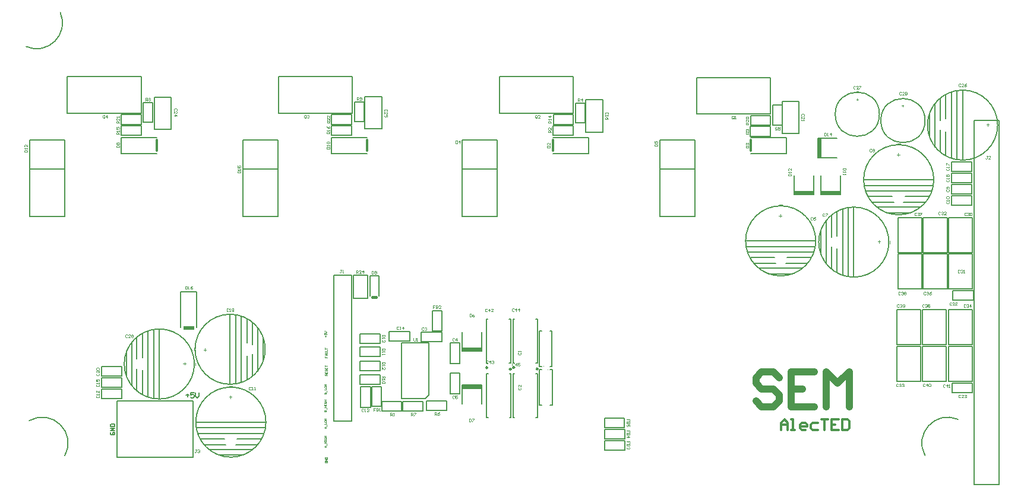
<source format=gto>
G04*
G04 #@! TF.GenerationSoftware,Altium Limited,Altium Designer,20.0.7 (75)*
G04*
G04 Layer_Color=65535*
%FSLAX25Y25*%
%MOIN*%
G70*
G01*
G75*
%ADD10C,0.00787*%
%ADD11C,0.00394*%
%ADD12C,0.00984*%
%ADD13C,0.00315*%
%ADD14C,0.01181*%
%ADD15C,0.00158*%
%ADD16C,0.01575*%
%ADD17C,0.00630*%
%ADD18C,0.00709*%
%ADD19C,0.03937*%
%ADD20C,0.00236*%
%ADD21R,0.11024X0.02165*%
%ADD22R,0.02165X0.11024*%
%ADD23R,0.06102X0.02165*%
D10*
X3566043Y680610D02*
G03*
X3566043Y680610I-19685J0D01*
G01*
X3632283Y714961D02*
G03*
X3632283Y714961I-19685J0D01*
G01*
X3607087Y679921D02*
G03*
X3607087Y679921I-19685J0D01*
G01*
X3257480Y578740D02*
G03*
X3257480Y578740I-19685J0D01*
G01*
X3257087Y619685D02*
G03*
X3257087Y619685I-19685J0D01*
G01*
X3668110Y745669D02*
G03*
X3668110Y745669I-19685J0D01*
G01*
X3217323Y611417D02*
G03*
X3217323Y611417I-19685J0D01*
G01*
X3645915Y580310D02*
G03*
X3627417Y559866I-5758J-13381D01*
G01*
X3122860Y789822D02*
G03*
X3142068Y809029I5880J13328D01*
G01*
X3144583Y559782D02*
G03*
X3124569Y579523I-12693J7147D01*
G01*
X3601772Y751772D02*
G03*
X3601772Y751772I-12402J0D01*
G01*
X3627362Y748228D02*
G03*
X3627362Y748228I-12402J0D01*
G01*
X3654811Y748425D02*
X3668811D01*
X3654811D02*
X3654811Y543701D01*
X3668811Y748425D02*
X3668811Y543701D01*
X3654811D02*
X3668811D01*
X3316985Y587510D02*
X3322385D01*
X3316985D02*
Y598710D01*
X3322385D01*
Y587510D02*
Y598710D01*
X3322451Y584898D02*
X3333651D01*
Y590298D01*
X3322451D02*
X3333651D01*
X3322451Y584898D02*
Y590298D01*
X3429911Y739820D02*
Y745220D01*
X3418711Y739820D02*
X3429911D01*
X3418711D02*
Y745220D01*
X3429911D01*
X3529400Y739454D02*
X3540600D01*
Y744853D01*
X3529400D02*
X3540600D01*
X3529400Y739454D02*
Y744853D01*
X3431158Y758061D02*
X3436558D01*
Y746861D02*
Y758061D01*
X3431158Y746861D02*
X3436558D01*
X3431158D02*
Y758061D01*
X3541788Y745680D02*
Y756880D01*
Y745680D02*
X3547188D01*
Y756880D01*
X3541788D02*
X3547188D01*
X3347628Y585338D02*
Y590738D01*
X3358828D01*
Y585338D02*
Y590738D01*
X3347628Y585338D02*
X3358828D01*
X3334361Y590298D02*
X3345560D01*
X3334361Y584898D02*
Y590298D01*
Y584898D02*
X3345560D01*
Y590298D01*
X3310226Y599905D02*
Y605305D01*
X3321426D01*
Y599905D02*
Y605305D01*
X3310226Y599905D02*
X3321426D01*
X3310234Y615608D02*
X3321435D01*
Y621008D01*
X3310234D02*
X3321435D01*
X3310234Y615608D02*
Y621008D01*
X3188639Y747254D02*
X3194039D01*
X3188639D02*
Y758454D01*
X3194039D01*
Y747254D02*
Y758454D01*
X3312542Y747550D02*
Y758750D01*
X3307143D02*
X3312542D01*
X3307143Y747550D02*
Y758750D01*
Y747550D02*
X3312542D01*
X3418810Y746119D02*
Y751519D01*
X3430009D01*
Y746119D02*
Y751519D01*
X3418810Y746119D02*
X3430009D01*
X3529440Y745725D02*
X3540639D01*
Y751125D01*
X3529440D02*
X3540639D01*
X3529440Y745725D02*
Y751125D01*
X3187490Y746119D02*
Y751519D01*
X3176290Y746119D02*
X3187490D01*
X3176290D02*
Y751519D01*
X3187490D01*
X3294400D02*
X3305600D01*
X3294400Y746119D02*
Y751519D01*
Y746119D02*
X3305600D01*
Y751519D01*
X3350921Y641276D02*
X3356321D01*
Y630076D02*
Y641276D01*
X3350921Y630076D02*
X3356321D01*
X3350921D02*
Y641276D01*
X3310234Y607708D02*
X3321435D01*
Y613108D01*
X3310234D02*
X3321435D01*
X3310234Y607708D02*
Y613108D01*
Y623008D02*
Y628408D01*
X3321435D01*
Y623008D02*
Y628408D01*
X3310234Y623008D02*
X3321435D01*
X3176290Y739820D02*
X3187490D01*
Y745220D01*
X3176290D02*
X3187490D01*
X3176290Y739820D02*
Y745220D01*
X3305600Y739820D02*
Y745220D01*
X3294400Y739820D02*
X3305600D01*
X3294400D02*
Y745220D01*
X3305600D01*
X3447549Y563048D02*
X3458750D01*
Y568448D01*
X3447549D02*
X3458750D01*
X3447549Y563048D02*
Y568448D01*
Y569347D02*
Y574747D01*
X3458750D01*
Y569347D02*
Y574747D01*
X3447549Y569347D02*
X3458750D01*
X3447451Y575646D02*
X3458651D01*
Y581046D01*
X3447451D02*
X3458651D01*
X3447451Y575646D02*
Y581046D01*
X3526673Y680610D02*
X3546358D01*
X3566043D01*
X3529036Y674311D02*
X3564862D01*
X3527854D02*
X3529036D01*
X3527067Y677461D02*
X3542028D01*
X3565649D01*
X3549902Y671161D02*
X3563287D01*
X3529429D02*
X3542815D01*
X3531398Y668012D02*
X3543602D01*
X3549114D02*
X3561319D01*
X3534153Y665256D02*
X3558563D01*
X3539665Y662106D02*
X3553051D01*
X3605906Y696457D02*
X3619291D01*
X3600394Y699606D02*
X3624803D01*
X3615354Y702362D02*
X3627559D01*
X3597638D02*
X3609843D01*
X3595669Y705512D02*
X3609055D01*
X3616142D02*
X3629528D01*
X3608268Y711811D02*
X3631890D01*
X3593307D02*
X3608268D01*
X3594094Y708661D02*
X3595275D01*
X3631102D01*
X3612598Y714961D02*
X3632283D01*
X3592913D02*
X3612598D01*
X3587402Y679921D02*
Y699606D01*
Y660236D02*
Y679921D01*
X3581102Y661417D02*
Y697244D01*
Y698425D01*
X3584252Y684252D02*
Y699213D01*
Y660630D02*
Y684252D01*
X3577953Y662992D02*
Y676378D01*
Y683465D02*
Y696850D01*
X3574803Y682677D02*
Y694882D01*
Y664961D02*
Y677165D01*
X3572047Y667717D02*
Y692126D01*
X3568898Y673228D02*
Y686614D01*
X3231102Y560236D02*
X3244488D01*
X3225591Y563386D02*
X3250000D01*
X3240551Y566142D02*
X3252756D01*
X3222835D02*
X3235040D01*
X3220866Y569291D02*
X3234252D01*
X3241339D02*
X3254725D01*
X3233464Y575591D02*
X3257087D01*
X3218504D02*
X3233464D01*
X3219291Y572441D02*
X3220472D01*
X3256299D01*
X3237795Y578740D02*
X3257480D01*
X3218110D02*
X3237795D01*
X3237402Y600000D02*
Y619685D01*
Y639370D01*
X3243701Y602362D02*
Y638189D01*
Y601181D02*
Y602362D01*
X3240551Y600394D02*
Y615354D01*
Y638976D01*
X3246851Y623228D02*
Y636614D01*
Y602756D02*
Y616142D01*
X3250000Y604724D02*
Y616929D01*
Y622441D02*
Y634646D01*
X3252756Y607480D02*
Y631890D01*
X3255906Y612992D02*
Y626378D01*
X3629921Y738976D02*
Y752362D01*
X3633071Y733465D02*
Y757874D01*
X3635827Y730709D02*
Y742913D01*
Y748425D02*
Y760630D01*
X3638976Y749213D02*
Y762598D01*
Y728740D02*
Y742126D01*
X3645275Y726378D02*
Y750000D01*
Y764961D01*
X3642126Y762992D02*
Y764173D01*
Y727165D02*
Y762992D01*
X3648425Y725984D02*
Y745669D01*
Y765354D01*
X3197638Y611417D02*
Y631102D01*
Y591732D02*
Y611417D01*
X3191339Y592913D02*
Y628740D01*
Y629921D01*
X3194488Y615748D02*
Y630709D01*
Y592126D02*
Y615748D01*
X3188189Y594488D02*
Y607874D01*
Y614961D02*
Y628346D01*
X3185039Y614173D02*
Y626378D01*
Y596457D02*
Y608661D01*
X3182284Y599213D02*
Y623622D01*
X3179134Y604724D02*
Y618110D01*
X3416831Y629823D02*
X3418012D01*
X3410925D02*
X3412106D01*
X3410925Y610138D02*
X3412106D01*
X3416831D02*
X3418012D01*
Y611319D01*
Y629823D01*
X3410925Y610138D02*
Y629823D01*
X3411024Y588484D02*
X3412205D01*
X3416929D02*
X3418110D01*
X3416929Y608169D02*
X3418110D01*
X3411024D02*
X3412205D01*
X3411024Y606988D02*
Y608169D01*
Y588484D02*
Y606988D01*
X3418110Y588484D02*
Y608169D01*
X3478658Y720978D02*
X3498343D01*
X3488500Y694193D02*
X3498343D01*
Y737461D01*
X3478658D02*
X3498343D01*
X3478658Y694193D02*
Y737461D01*
Y694193D02*
X3489600D01*
X3125009D02*
X3135951D01*
X3125009D02*
Y737461D01*
X3144694D01*
Y694193D02*
Y737461D01*
X3134851Y694193D02*
X3144694D01*
X3125009Y720978D02*
X3144694D01*
X3367717D02*
X3387402D01*
X3377559Y694193D02*
X3387402D01*
Y737461D01*
X3367717D02*
X3387402D01*
X3367717Y694193D02*
Y737461D01*
Y694193D02*
X3378659D01*
X3244488D02*
X3255431D01*
X3244488D02*
Y737461D01*
X3264173D01*
Y694193D02*
Y737461D01*
X3254331Y694193D02*
X3264173D01*
X3244488Y720978D02*
X3264173D01*
X3344683Y623822D02*
X3356284D01*
Y629222D01*
X3344683D02*
X3356284D01*
X3344683Y623822D02*
Y629222D01*
X3360783Y611722D02*
Y623322D01*
Y611722D02*
X3366183D01*
Y623322D01*
X3360783D02*
X3366183D01*
Y594769D02*
Y606369D01*
X3360783D02*
X3366183D01*
X3360783Y594769D02*
Y606369D01*
Y594769D02*
X3366183D01*
X3642089Y706976D02*
X3653689D01*
Y712376D01*
X3642089D02*
X3653689D01*
X3642089Y706976D02*
Y712376D01*
Y700676D02*
X3653689D01*
Y706076D01*
X3642089D02*
X3653689D01*
X3642089Y700676D02*
Y706076D01*
X3316086Y587113D02*
Y598713D01*
X3310686D02*
X3316086D01*
X3310686Y587113D02*
Y598713D01*
Y587113D02*
X3316086D01*
X3326731Y624322D02*
X3338331D01*
Y629722D01*
X3326731D02*
X3338331D01*
X3326731Y624322D02*
Y629722D01*
X3642822Y647300D02*
X3654422D01*
Y652700D01*
X3642822D02*
X3654422D01*
X3642822Y647300D02*
Y652700D01*
X3642428Y595331D02*
X3654028D01*
Y600732D01*
X3642428D02*
X3654028D01*
X3642428Y595331D02*
Y600732D01*
X3165102Y591893D02*
X3176702D01*
Y597293D01*
X3165102D02*
X3176702D01*
X3165102Y591893D02*
Y597293D01*
X3165125Y598245D02*
X3176725D01*
Y603645D01*
X3165125D02*
X3176725D01*
X3165125Y598245D02*
Y603645D01*
X3642089Y719574D02*
X3653689D01*
Y724974D01*
X3642089D02*
X3653689D01*
X3642089Y719574D02*
Y724974D01*
Y713275D02*
X3653689D01*
Y718675D01*
X3642089D02*
X3653689D01*
X3642089Y713275D02*
Y718675D01*
X3165125Y604544D02*
X3176725D01*
Y609944D01*
X3165125D02*
X3176725D01*
X3165125Y604544D02*
Y609944D01*
X3409941Y581299D02*
Y606102D01*
X3396161Y581299D02*
Y606102D01*
X3409055D02*
X3409941D01*
X3409055Y581299D02*
X3409941D01*
X3396161Y606102D02*
X3397047D01*
X3396161Y581299D02*
X3397047D01*
X3396161Y612008D02*
Y636811D01*
X3409941Y612008D02*
Y636811D01*
X3396161Y612008D02*
X3397047D01*
X3396161Y636811D02*
X3397047D01*
X3409055Y612008D02*
X3409941D01*
X3409055Y636811D02*
X3409941D01*
X3394980Y581201D02*
Y606004D01*
X3381201Y581201D02*
Y606004D01*
X3394094D02*
X3394980D01*
X3394094Y581201D02*
X3394980D01*
X3381201Y606004D02*
X3382087D01*
X3381201Y581201D02*
X3382087D01*
X3381102Y611909D02*
Y636713D01*
X3394882Y611909D02*
Y636713D01*
X3381102Y611909D02*
X3381988D01*
X3381102Y636713D02*
X3381988D01*
X3393996Y611909D02*
X3394882D01*
X3393996Y636713D02*
X3394882D01*
X3653937Y674016D02*
Y693701D01*
X3640551Y674016D02*
Y693701D01*
X3653937D01*
X3640551Y674016D02*
X3653937D01*
X3640551Y673228D02*
X3653937D01*
X3640551Y653543D02*
X3653937D01*
Y673228D01*
X3640551Y653543D02*
Y673228D01*
X3639764Y674016D02*
Y693701D01*
X3626378Y674016D02*
Y693701D01*
X3639764D01*
X3626378Y674016D02*
X3639764D01*
X3611417Y621260D02*
X3624803D01*
X3611417Y601575D02*
X3624803D01*
Y621260D01*
X3611417Y601575D02*
Y621260D01*
X3653937Y622441D02*
Y642126D01*
X3640551Y622441D02*
Y642126D01*
X3653937D01*
X3640551Y622441D02*
X3653937D01*
X3625984D02*
X3639370D01*
X3625984Y642126D02*
X3639370D01*
X3625984Y622441D02*
Y642126D01*
X3639370Y622441D02*
Y642126D01*
X3626378Y653543D02*
Y673228D01*
X3639764Y653543D02*
Y673228D01*
X3626378Y653543D02*
X3639764D01*
X3626378Y673228D02*
X3639764D01*
X3612205Y674016D02*
X3625591D01*
X3612205Y693701D02*
X3625591D01*
X3612205Y674016D02*
Y693701D01*
X3625591Y674016D02*
Y693701D01*
X3612205Y653543D02*
Y673228D01*
X3625591Y653543D02*
Y673228D01*
X3612205Y653543D02*
X3625591D01*
X3612205Y673228D02*
X3625591D01*
X3611417Y622441D02*
X3624803D01*
X3611417Y642126D02*
X3624803D01*
X3611417Y622441D02*
Y642126D01*
X3624803Y622441D02*
Y642126D01*
X3625984Y601575D02*
Y621260D01*
X3639370Y601575D02*
Y621260D01*
X3625984Y601575D02*
X3639370D01*
X3625984Y621260D02*
X3639370D01*
X3640551D02*
X3653937D01*
X3640551Y601575D02*
X3653937D01*
Y621260D01*
X3640551Y601575D02*
Y621260D01*
X3418740Y738752D02*
X3438740D01*
Y729752D02*
Y738752D01*
X3418740Y729752D02*
X3438740D01*
X3176221Y738752D02*
X3196221D01*
X3176221Y729752D02*
Y738752D01*
Y729752D02*
X3196221D01*
X3294331D02*
X3314331D01*
X3294331D02*
Y738752D01*
X3314331D01*
X3529500Y729654D02*
X3549500D01*
Y738654D01*
X3529500D02*
X3549500D01*
X3312992Y743701D02*
X3322441D01*
X3312992Y761811D02*
X3322441D01*
Y743701D02*
Y761811D01*
X3312992Y743701D02*
Y761811D01*
X3547244Y740945D02*
Y759055D01*
X3556693Y740945D02*
Y759055D01*
X3547244D02*
X3556693D01*
X3547244Y740945D02*
X3556693D01*
X3194882Y743307D02*
X3204331D01*
X3194882Y761417D02*
X3204331D01*
Y743307D02*
Y761417D01*
X3194882Y743307D02*
Y761417D01*
X3437008Y741732D02*
Y759842D01*
X3446457Y741732D02*
Y759842D01*
X3437008D02*
X3446457D01*
X3437008Y741732D02*
X3446457D01*
X3333602Y623235D02*
X3348956D01*
X3333602Y591935D02*
Y623235D01*
X3348956Y593904D02*
Y623235D01*
X3346988Y591935D02*
X3348956Y593904D01*
X3333602Y591935D02*
X3346988D01*
X3187441Y752461D02*
Y772835D01*
X3146004D02*
X3187441D01*
X3146004Y752461D02*
Y772835D01*
Y752461D02*
X3187441D01*
X3264508D02*
X3305945D01*
X3264508D02*
Y772835D01*
X3305945D01*
Y752461D02*
Y772835D01*
X3429961Y752461D02*
Y772835D01*
X3388523D02*
X3429961D01*
X3388523Y752461D02*
Y772835D01*
Y752461D02*
X3429961D01*
X3499132Y751909D02*
X3540569D01*
X3499132D02*
Y772284D01*
X3540569D01*
Y751909D02*
Y772284D01*
X3306557Y661387D02*
X3314557D01*
Y648387D02*
Y661387D01*
X3306557Y648387D02*
X3314557D01*
X3306557D02*
Y661387D01*
X3315863Y649493D02*
Y660493D01*
Y660993D01*
X3320863D01*
Y649493D02*
Y660993D01*
X3378495Y588857D02*
Y599487D01*
X3367472Y588857D02*
Y599487D01*
X3378495D01*
X3568898Y706595D02*
X3579921D01*
Y717224D01*
X3568898Y706595D02*
Y717224D01*
X3553937Y706595D02*
Y717224D01*
X3564960Y706595D02*
Y717224D01*
X3553937Y706595D02*
X3564960D01*
X3367472Y618707D02*
X3378495D01*
Y629337D01*
X3367472Y618707D02*
Y629337D01*
X3567126Y738189D02*
X3577756D01*
X3567126Y727165D02*
X3577756D01*
X3567126D02*
Y738189D01*
X3209614Y631968D02*
Y651968D01*
X3218614D01*
Y631968D02*
Y651968D01*
X3216536Y559055D02*
Y590551D01*
X3174016Y559055D02*
Y560630D01*
Y561417D01*
Y590551D01*
X3216536D01*
X3174016Y559055D02*
X3216536D01*
X3295472Y579361D02*
Y661361D01*
Y579361D02*
X3305471D01*
Y661361D01*
X3295472D02*
X3305471D01*
D11*
X3413327Y610138D02*
G03*
X3413327Y610138I-39J0D01*
G01*
X3415788Y608169D02*
G03*
X3415788Y608169I-39J0D01*
G01*
D12*
X3410138Y608661D02*
G03*
X3410138Y608661I-492J0D01*
G01*
X3396949Y609449D02*
G03*
X3396949Y609449I-492J0D01*
G01*
X3395177Y608563D02*
G03*
X3395177Y608563I-492J0D01*
G01*
X3381890Y609350D02*
G03*
X3381890Y609350I-492J0D01*
G01*
D13*
X3545625Y700865D02*
X3547199D01*
X3546109Y693988D02*
Y695563D01*
X3545329Y694763D02*
X3546904D01*
X3611569Y729113D02*
X3613144D01*
X3612349Y728339D02*
Y729913D01*
X3611864Y735216D02*
X3613440D01*
X3607657Y679080D02*
Y680655D01*
X3600779Y680171D02*
X3602354D01*
X3601554Y679376D02*
Y680950D01*
X3236766Y592893D02*
X3238341D01*
X3237546Y592118D02*
Y593693D01*
X3237061Y598995D02*
X3238636D01*
X3217146Y618951D02*
Y620526D01*
X3222449Y619435D02*
X3224023D01*
X3223249Y618656D02*
Y620231D01*
X3662578Y745124D02*
Y746698D01*
X3661803Y745919D02*
X3663378D01*
X3668680Y744828D02*
Y746403D01*
X3217893Y610576D02*
Y612151D01*
X3211016Y611667D02*
X3212591D01*
X3211790Y610872D02*
Y612446D01*
X3290806Y556719D02*
X3290609Y556523D01*
Y556129D01*
X3290806Y555932D01*
X3291593D01*
X3291790Y556129D01*
Y556523D01*
X3291593Y556719D01*
X3291200D01*
Y556326D01*
X3291790Y557113D02*
X3290609D01*
X3291790Y557900D01*
X3290609D01*
Y558294D02*
X3291790D01*
Y558884D01*
X3291593Y559081D01*
X3290806D01*
X3290609Y558884D01*
Y558294D01*
X3291396Y564594D02*
X3290609D01*
X3290216Y564987D01*
X3290609Y565381D01*
X3291396D01*
X3290806D01*
Y564594D01*
X3291593Y565774D02*
Y566562D01*
X3290216Y566955D02*
X3291396D01*
X3290806D01*
Y567742D01*
X3290216D01*
X3291396D01*
X3290216Y568136D02*
Y568530D01*
Y568333D01*
X3291396D01*
Y568136D01*
Y568530D01*
X3290413Y569907D02*
X3290216Y569710D01*
Y569317D01*
X3290413Y569120D01*
X3291200D01*
X3291396Y569317D01*
Y569710D01*
X3291200Y569907D01*
X3290806D01*
Y569513D01*
X3290216Y570300D02*
X3291396D01*
X3290806D01*
Y571088D01*
X3290216D01*
X3291396D01*
X3291396Y575224D02*
X3290609D01*
X3290216Y575617D01*
X3290609Y576011D01*
X3291396D01*
X3290806D01*
Y575224D01*
X3291593Y576404D02*
Y577191D01*
X3290216Y577585D02*
X3291396D01*
Y578372D01*
X3290216Y579356D02*
Y578963D01*
X3290413Y578766D01*
X3291200D01*
X3291396Y578963D01*
Y579356D01*
X3291200Y579553D01*
X3290413D01*
X3290216Y579356D01*
Y579947D02*
X3291396D01*
X3291003Y580340D01*
X3291396Y580734D01*
X3290216D01*
X3290216Y584672D02*
X3291396D01*
Y585263D01*
X3291200Y585460D01*
X3291003D01*
X3290806Y585263D01*
Y584672D01*
Y585263D01*
X3290609Y585460D01*
X3290413D01*
X3290216Y585263D01*
Y584672D01*
X3291593Y585853D02*
Y586640D01*
X3290216Y587034D02*
X3291396D01*
X3290806D01*
Y587821D01*
X3290216D01*
X3291396D01*
X3290216Y588215D02*
Y588608D01*
Y588411D01*
X3291396D01*
Y588215D01*
Y588608D01*
X3290413Y589986D02*
X3290216Y589789D01*
Y589395D01*
X3290413Y589199D01*
X3291200D01*
X3291396Y589395D01*
Y589789D01*
X3291200Y589986D01*
X3290806D01*
Y589592D01*
X3290216Y590379D02*
X3291396D01*
X3290806D01*
Y591166D01*
X3290216D01*
X3291396D01*
X3290216Y594515D02*
X3291396D01*
Y595105D01*
X3291200Y595302D01*
X3291003D01*
X3290806Y595105D01*
Y594515D01*
Y595105D01*
X3290609Y595302D01*
X3290413D01*
X3290216Y595105D01*
Y594515D01*
X3291593Y595696D02*
Y596483D01*
X3290216Y596876D02*
X3291396D01*
Y597664D01*
X3290216Y598647D02*
Y598254D01*
X3290413Y598057D01*
X3291200D01*
X3291396Y598254D01*
Y598647D01*
X3291200Y598844D01*
X3290413D01*
X3290216Y598647D01*
Y599238D02*
X3291396D01*
X3291003Y599631D01*
X3291396Y600025D01*
X3290216D01*
X3291790Y605145D02*
X3290609D01*
Y605735D01*
X3290806Y605932D01*
X3291200D01*
X3291396Y605735D01*
Y605145D01*
Y605539D02*
X3291790Y605932D01*
X3290609Y607113D02*
Y606326D01*
X3291790D01*
Y607113D01*
X3291200Y606326D02*
Y606719D01*
X3290806Y608293D02*
X3290609Y608097D01*
Y607703D01*
X3290806Y607506D01*
X3291003D01*
X3291200Y607703D01*
Y608097D01*
X3291396Y608293D01*
X3291593D01*
X3291790Y608097D01*
Y607703D01*
X3291593Y607506D01*
X3290609Y609474D02*
Y608687D01*
X3291790D01*
Y609474D01*
X3291200Y608687D02*
Y609081D01*
X3290609Y609868D02*
Y610655D01*
Y610261D01*
X3291790D01*
X3290609Y615774D02*
Y614987D01*
X3291200D01*
Y615381D01*
Y614987D01*
X3291790D01*
Y616168D02*
X3291003D01*
X3290609Y616562D01*
X3291003Y616955D01*
X3291790D01*
X3291200D01*
Y616168D01*
X3290609Y617349D02*
X3291593D01*
X3291790Y617546D01*
Y617939D01*
X3291593Y618136D01*
X3290609D01*
Y618530D02*
X3291790D01*
Y619317D01*
X3290609Y619710D02*
Y620497D01*
Y620104D01*
X3291790D01*
X3290827Y626693D02*
Y627480D01*
X3290434Y627086D02*
X3291220D01*
X3290237Y628661D02*
Y627874D01*
X3290827D01*
X3290630Y628267D01*
Y628464D01*
X3290827Y628661D01*
X3291220D01*
X3291417Y628464D01*
Y628070D01*
X3291220Y627874D01*
X3290237Y629054D02*
X3291024D01*
X3291417Y629448D01*
X3291024Y629842D01*
X3290237D01*
D14*
X3418740Y731252D02*
Y737252D01*
X3196221Y731252D02*
Y737252D01*
X3314331Y731252D02*
Y737252D01*
X3529500Y731153D02*
Y737153D01*
X3546457Y574409D02*
Y578345D01*
X3548425Y580313D01*
X3550393Y578345D01*
Y574409D01*
Y577361D01*
X3546457D01*
X3552360Y574409D02*
X3554328D01*
X3553344D01*
Y580313D01*
X3552360D01*
X3560232Y574409D02*
X3558264D01*
X3557280Y575393D01*
Y577361D01*
X3558264Y578345D01*
X3560232D01*
X3561216Y577361D01*
Y576377D01*
X3557280D01*
X3567119Y578345D02*
X3564167D01*
X3563184Y577361D01*
Y575393D01*
X3564167Y574409D01*
X3567119D01*
X3569087Y580313D02*
X3573023D01*
X3571055D01*
Y574409D01*
X3578926Y580313D02*
X3574991D01*
Y574409D01*
X3578926D01*
X3574991Y577361D02*
X3576958D01*
X3580894Y580313D02*
Y574409D01*
X3583846D01*
X3584830Y575393D01*
Y579329D01*
X3583846Y580313D01*
X3580894D01*
D15*
X3588779Y760138D02*
X3589764D01*
X3589272Y759618D02*
Y760602D01*
X3588779Y764665D02*
X3589764D01*
X3614370Y761122D02*
X3615354D01*
X3614862Y756075D02*
Y757059D01*
X3614370Y756595D02*
X3615354D01*
D16*
X3317363Y648993D02*
X3319363D01*
D17*
X3170631Y573070D02*
X3170237Y572677D01*
Y571890D01*
X3170631Y571496D01*
X3172205D01*
X3172598Y571890D01*
Y572677D01*
X3172205Y573070D01*
X3171418D01*
Y572283D01*
X3172598Y573857D02*
X3170237D01*
X3172598Y575432D01*
X3170237D01*
Y576219D02*
X3172598D01*
Y577400D01*
X3172205Y577793D01*
X3170631D01*
X3170237Y577400D01*
Y576219D01*
D18*
X3212520Y593819D02*
X3214356D01*
X3213438Y594737D02*
Y592900D01*
X3217112Y595196D02*
X3215275D01*
Y593819D01*
X3216193Y594278D01*
X3216652D01*
X3217112Y593819D01*
Y592900D01*
X3216652Y592441D01*
X3215734D01*
X3215275Y592900D01*
X3218030Y595196D02*
Y593359D01*
X3218948Y592441D01*
X3219867Y593359D01*
Y595196D01*
D19*
X3545542Y603800D02*
X3542263Y607080D01*
X3535703D01*
X3532423Y603800D01*
Y600521D01*
X3535703Y597241D01*
X3542263D01*
X3545542Y593961D01*
Y590681D01*
X3542263Y587402D01*
X3535703D01*
X3532423Y590681D01*
X3565221Y607080D02*
X3552102D01*
Y587402D01*
X3565221D01*
X3552102Y597241D02*
X3558661D01*
X3571780Y587402D02*
Y607080D01*
X3578340Y600521D01*
X3584900Y607080D01*
Y587402D01*
D20*
X3396770Y611674D02*
X3396508Y611937D01*
X3395983D01*
X3395721Y611674D01*
Y610625D01*
X3395983Y610362D01*
X3396508D01*
X3396770Y610625D01*
X3398082Y610362D02*
Y611937D01*
X3397295Y611149D01*
X3398344D01*
X3399919Y611937D02*
X3398869D01*
Y611149D01*
X3399394Y611412D01*
X3399656D01*
X3399919Y611149D01*
Y610625D01*
X3399656Y610362D01*
X3399131D01*
X3398869Y610625D01*
X3396763Y642367D02*
X3396500Y642629D01*
X3395976D01*
X3395713Y642367D01*
Y641318D01*
X3395976Y641055D01*
X3396500D01*
X3396763Y641318D01*
X3398075Y641055D02*
Y642629D01*
X3397288Y641842D01*
X3398337D01*
X3399649Y641055D02*
Y642629D01*
X3398862Y641842D01*
X3399911D01*
X3382141Y613069D02*
X3381879Y613332D01*
X3381355D01*
X3381092Y613069D01*
Y612020D01*
X3381355Y611758D01*
X3381879D01*
X3382141Y612020D01*
X3383454Y611758D02*
Y613332D01*
X3382666Y612545D01*
X3383716D01*
X3384241Y613069D02*
X3384503Y613332D01*
X3385028D01*
X3385290Y613069D01*
Y612807D01*
X3385028Y612545D01*
X3384766D01*
X3385028D01*
X3385290Y612282D01*
Y612020D01*
X3385028Y611758D01*
X3384503D01*
X3384241Y612020D01*
X3381649Y642201D02*
X3381387Y642463D01*
X3380862D01*
X3380600Y642201D01*
Y641151D01*
X3380862Y640889D01*
X3381387D01*
X3381649Y641151D01*
X3382961Y640889D02*
Y642463D01*
X3382174Y641676D01*
X3383224D01*
X3384798Y640889D02*
X3383749D01*
X3384798Y641938D01*
Y642201D01*
X3384536Y642463D01*
X3384011D01*
X3383749Y642201D01*
X3461417Y579396D02*
Y580445D01*
X3460630D01*
Y579921D01*
Y580445D01*
X3459843D01*
X3461417Y578871D02*
X3459843D01*
Y578084D01*
X3460105Y577822D01*
X3460368D01*
X3460630Y578084D01*
Y578871D01*
Y578084D01*
X3460892Y577822D01*
X3461155D01*
X3461417Y578084D01*
Y578871D01*
Y576247D02*
Y577297D01*
X3460630D01*
X3460892Y576772D01*
Y576510D01*
X3460630Y576247D01*
X3460105D01*
X3459843Y576510D01*
Y577035D01*
X3460105Y577297D01*
X3461417Y573097D02*
Y574146D01*
X3460630D01*
Y573622D01*
Y574146D01*
X3459843D01*
X3461417Y572572D02*
X3459843D01*
Y571785D01*
X3460105Y571523D01*
X3460368D01*
X3460630Y571785D01*
Y572572D01*
Y571785D01*
X3460892Y571523D01*
X3461155D01*
X3461417Y571785D01*
Y572572D01*
X3459843Y570211D02*
X3461417D01*
X3460630Y570998D01*
Y569948D01*
X3638583Y599737D02*
X3638321Y600000D01*
X3637796D01*
X3637534Y599737D01*
Y598688D01*
X3637796Y598425D01*
X3638321D01*
X3638583Y598688D01*
X3639895Y598425D02*
Y600000D01*
X3639108Y599213D01*
X3640157D01*
X3640682Y598425D02*
X3641207D01*
X3640944D01*
Y600000D01*
X3640682Y599737D01*
X3627297Y600131D02*
X3627035Y600393D01*
X3626510D01*
X3626247Y600131D01*
Y599082D01*
X3626510Y598819D01*
X3627035D01*
X3627297Y599082D01*
X3628609Y598819D02*
Y600393D01*
X3627822Y599606D01*
X3628871D01*
X3629396Y600131D02*
X3629659Y600393D01*
X3630183D01*
X3630445Y600131D01*
Y599082D01*
X3630183Y598819D01*
X3629659D01*
X3629396Y599082D01*
Y600131D01*
X3612730Y644619D02*
X3612468Y644882D01*
X3611943D01*
X3611681Y644619D01*
Y643570D01*
X3611943Y643307D01*
X3612468D01*
X3612730Y643570D01*
X3613255Y644619D02*
X3613517Y644882D01*
X3614042D01*
X3614304Y644619D01*
Y644357D01*
X3614042Y644095D01*
X3613779D01*
X3614042D01*
X3614304Y643832D01*
Y643570D01*
X3614042Y643307D01*
X3613517D01*
X3613255Y643570D01*
X3614829D02*
X3615091Y643307D01*
X3615616D01*
X3615879Y643570D01*
Y644619D01*
X3615616Y644882D01*
X3615091D01*
X3614829Y644619D01*
Y644357D01*
X3615091Y644095D01*
X3615879D01*
X3613517Y651706D02*
X3613255Y651968D01*
X3612730D01*
X3612468Y651706D01*
Y650656D01*
X3612730Y650394D01*
X3613255D01*
X3613517Y650656D01*
X3614042Y651706D02*
X3614305Y651968D01*
X3614829D01*
X3615092Y651706D01*
Y651443D01*
X3614829Y651181D01*
X3614567D01*
X3614829D01*
X3615092Y650919D01*
Y650656D01*
X3614829Y650394D01*
X3614305D01*
X3614042Y650656D01*
X3615617Y651706D02*
X3615879Y651968D01*
X3616404D01*
X3616666Y651706D01*
Y651443D01*
X3616404Y651181D01*
X3616666Y650919D01*
Y650656D01*
X3616404Y650394D01*
X3615879D01*
X3615617Y650656D01*
Y650919D01*
X3615879Y651181D01*
X3615617Y651443D01*
Y651706D01*
X3615879Y651181D02*
X3616404D01*
X3622572Y696194D02*
X3622310Y696456D01*
X3621785D01*
X3621523Y696194D01*
Y695145D01*
X3621785Y694882D01*
X3622310D01*
X3622572Y695145D01*
X3623097Y696194D02*
X3623360Y696456D01*
X3623885D01*
X3624147Y696194D01*
Y695932D01*
X3623885Y695669D01*
X3623622D01*
X3623885D01*
X3624147Y695407D01*
Y695145D01*
X3623885Y694882D01*
X3623360D01*
X3623097Y695145D01*
X3624672Y696456D02*
X3625721D01*
Y696194D01*
X3624672Y695145D01*
Y694882D01*
X3627691Y651706D02*
X3627428Y651968D01*
X3626904D01*
X3626641Y651706D01*
Y650656D01*
X3626904Y650394D01*
X3627428D01*
X3627691Y650656D01*
X3628215Y651706D02*
X3628478Y651968D01*
X3629003D01*
X3629265Y651706D01*
Y651443D01*
X3629003Y651181D01*
X3628740D01*
X3629003D01*
X3629265Y650919D01*
Y650656D01*
X3629003Y650394D01*
X3628478D01*
X3628215Y650656D01*
X3630839Y651968D02*
X3630315Y651706D01*
X3629790Y651181D01*
Y650656D01*
X3630052Y650394D01*
X3630577D01*
X3630839Y650656D01*
Y650919D01*
X3630577Y651181D01*
X3629790D01*
X3626903Y644619D02*
X3626641Y644882D01*
X3626116D01*
X3625854Y644619D01*
Y643570D01*
X3626116Y643307D01*
X3626641D01*
X3626903Y643570D01*
X3627428Y644619D02*
X3627691Y644882D01*
X3628215D01*
X3628477Y644619D01*
Y644357D01*
X3628215Y644095D01*
X3627953D01*
X3628215D01*
X3628477Y643832D01*
Y643570D01*
X3628215Y643307D01*
X3627691D01*
X3627428Y643570D01*
X3630052Y644882D02*
X3629002D01*
Y644095D01*
X3629527Y644357D01*
X3629789D01*
X3630052Y644095D01*
Y643570D01*
X3629789Y643307D01*
X3629265D01*
X3629002Y643570D01*
X3650132Y644619D02*
X3649869Y644882D01*
X3649344D01*
X3649082Y644619D01*
Y643570D01*
X3649344Y643307D01*
X3649869D01*
X3650132Y643570D01*
X3650656Y644619D02*
X3650919Y644882D01*
X3651443D01*
X3651706Y644619D01*
Y644357D01*
X3651443Y644095D01*
X3651181D01*
X3651443D01*
X3651706Y643832D01*
Y643570D01*
X3651443Y643307D01*
X3650919D01*
X3650656Y643570D01*
X3653018Y643307D02*
Y644882D01*
X3652230Y644095D01*
X3653280D01*
X3612336Y600131D02*
X3612074Y600393D01*
X3611549D01*
X3611287Y600131D01*
Y599082D01*
X3611549Y598819D01*
X3612074D01*
X3612336Y599082D01*
X3612861Y600131D02*
X3613123Y600393D01*
X3613648D01*
X3613911Y600131D01*
Y599869D01*
X3613648Y599606D01*
X3613386D01*
X3613648D01*
X3613911Y599344D01*
Y599082D01*
X3613648Y598819D01*
X3613123D01*
X3612861Y599082D01*
X3614436Y600131D02*
X3614698Y600393D01*
X3615223D01*
X3615485Y600131D01*
Y599869D01*
X3615223Y599606D01*
X3614960D01*
X3615223D01*
X3615485Y599344D01*
Y599082D01*
X3615223Y598819D01*
X3614698D01*
X3614436Y599082D01*
X3635958Y696588D02*
X3635696Y696850D01*
X3635171D01*
X3634909Y696588D01*
Y695538D01*
X3635171Y695276D01*
X3635696D01*
X3635958Y695538D01*
X3636483Y696588D02*
X3636745Y696850D01*
X3637270D01*
X3637532Y696588D01*
Y696325D01*
X3637270Y696063D01*
X3637008D01*
X3637270D01*
X3637532Y695801D01*
Y695538D01*
X3637270Y695276D01*
X3636745D01*
X3636483Y695538D01*
X3639107Y695276D02*
X3638057D01*
X3639107Y696325D01*
Y696588D01*
X3638845Y696850D01*
X3638320D01*
X3638057Y696588D01*
X3646851Y663911D02*
X3646588Y664173D01*
X3646064D01*
X3645801Y663911D01*
Y662861D01*
X3646064Y662599D01*
X3646588D01*
X3646851Y662861D01*
X3647375Y663911D02*
X3647638Y664173D01*
X3648162D01*
X3648425Y663911D01*
Y663648D01*
X3648162Y663386D01*
X3647900D01*
X3648162D01*
X3648425Y663123D01*
Y662861D01*
X3648162Y662599D01*
X3647638D01*
X3647375Y662861D01*
X3648950Y662599D02*
X3649474D01*
X3649212D01*
Y664173D01*
X3648950Y663911D01*
X3650525Y696194D02*
X3650263Y696456D01*
X3649738D01*
X3649476Y696194D01*
Y695145D01*
X3649738Y694882D01*
X3650263D01*
X3650525Y695145D01*
X3651050Y696194D02*
X3651312Y696456D01*
X3651837D01*
X3652100Y696194D01*
Y695932D01*
X3651837Y695669D01*
X3651575D01*
X3651837D01*
X3652100Y695407D01*
Y695145D01*
X3651837Y694882D01*
X3651312D01*
X3651050Y695145D01*
X3652624Y696194D02*
X3652887Y696456D01*
X3653411D01*
X3653674Y696194D01*
Y695145D01*
X3653411Y694882D01*
X3652887D01*
X3652624Y695145D01*
Y696194D01*
X3461417Y566797D02*
Y567847D01*
X3460630D01*
Y567322D01*
Y567847D01*
X3459843D01*
X3461417Y566273D02*
X3459843D01*
Y565486D01*
X3460105Y565223D01*
X3460368D01*
X3460630Y565486D01*
Y566273D01*
Y565486D01*
X3460892Y565223D01*
X3461155D01*
X3461417Y565486D01*
Y566273D01*
X3461155Y564699D02*
X3461417Y564436D01*
Y563911D01*
X3461155Y563649D01*
X3460892D01*
X3460630Y563911D01*
Y564174D01*
Y563911D01*
X3460368Y563649D01*
X3460105D01*
X3459843Y563911D01*
Y564436D01*
X3460105Y564699D01*
X3614009Y763911D02*
X3613747Y764173D01*
X3613223D01*
X3612960Y763911D01*
Y762861D01*
X3613223Y762599D01*
X3613747D01*
X3614009Y762861D01*
X3615584Y762599D02*
X3614534D01*
X3615584Y763648D01*
Y763911D01*
X3615321Y764173D01*
X3614797D01*
X3614534Y763911D01*
X3616109Y762861D02*
X3616371Y762599D01*
X3616896D01*
X3617158Y762861D01*
Y763911D01*
X3616896Y764173D01*
X3616371D01*
X3616109Y763911D01*
Y763648D01*
X3616371Y763386D01*
X3617158D01*
X3588222Y767454D02*
X3587960Y767716D01*
X3587435D01*
X3587173Y767454D01*
Y766404D01*
X3587435Y766142D01*
X3587960D01*
X3588222Y766404D01*
X3589796Y766142D02*
X3588747D01*
X3589796Y767192D01*
Y767454D01*
X3589534Y767716D01*
X3589009D01*
X3588747Y767454D01*
X3590321Y767716D02*
X3591371D01*
Y767454D01*
X3590321Y766404D01*
Y766142D01*
X3293307Y740945D02*
X3291732D01*
Y741733D01*
X3291995Y741995D01*
X3292520D01*
X3292782Y741733D01*
Y740945D01*
Y741470D02*
X3293307Y741995D01*
Y742520D02*
Y743045D01*
Y742782D01*
X3291732D01*
X3291995Y742520D01*
X3291732Y744881D02*
X3291995Y744356D01*
X3292520Y743832D01*
X3293044D01*
X3293307Y744094D01*
Y744619D01*
X3293044Y744881D01*
X3292782D01*
X3292520Y744619D01*
Y743832D01*
X3175197Y740552D02*
X3173622D01*
Y741339D01*
X3173885Y741601D01*
X3174409D01*
X3174672Y741339D01*
Y740552D01*
Y741077D02*
X3175197Y741601D01*
Y742126D02*
Y742651D01*
Y742388D01*
X3173622D01*
X3173885Y742126D01*
X3173622Y744488D02*
Y743438D01*
X3174409D01*
X3174147Y743963D01*
Y744225D01*
X3174409Y744488D01*
X3174934D01*
X3175197Y744225D01*
Y743700D01*
X3174934Y743438D01*
X3322528Y627676D02*
X3324102D01*
Y626889D01*
X3323840Y626626D01*
X3323315D01*
X3323053Y626889D01*
Y627676D01*
Y627151D02*
X3322528Y626626D01*
Y626101D02*
Y625577D01*
Y625839D01*
X3324102D01*
X3323840Y626101D01*
Y624789D02*
X3324102Y624527D01*
Y624002D01*
X3323840Y623740D01*
X3323577D01*
X3323315Y624002D01*
Y624265D01*
Y624002D01*
X3323053Y623740D01*
X3322790D01*
X3322528Y624002D01*
Y624527D01*
X3322790Y624789D01*
X3322528Y612376D02*
X3324102D01*
Y611589D01*
X3323840Y611326D01*
X3323315D01*
X3323053Y611589D01*
Y612376D01*
Y611851D02*
X3322528Y611326D01*
Y610802D02*
Y610277D01*
Y610539D01*
X3324102D01*
X3323840Y610802D01*
X3322528Y608440D02*
Y609489D01*
X3323577Y608440D01*
X3323840D01*
X3324102Y608702D01*
Y609227D01*
X3323840Y609489D01*
X3352357Y644231D02*
X3351307D01*
Y643444D01*
X3351832D01*
X3351307D01*
Y642657D01*
X3352882Y644231D02*
Y642657D01*
X3353669D01*
X3353931Y642919D01*
Y643182D01*
X3353669Y643444D01*
X3352882D01*
X3353669D01*
X3353931Y643707D01*
Y643969D01*
X3353669Y644231D01*
X3352882D01*
X3355505Y642657D02*
X3354456D01*
X3355505Y643707D01*
Y643969D01*
X3355243Y644231D01*
X3354718D01*
X3354456Y643969D01*
X3179775Y627744D02*
X3179512Y628007D01*
X3178988D01*
X3178725Y627744D01*
Y626695D01*
X3178988Y626433D01*
X3179512D01*
X3179775Y626695D01*
X3181349Y626433D02*
X3180300D01*
X3181349Y627482D01*
Y627744D01*
X3181087Y628007D01*
X3180562D01*
X3180300Y627744D01*
X3181874D02*
X3182136Y628007D01*
X3182661D01*
X3182924Y627744D01*
Y627482D01*
X3182661Y627220D01*
X3182924Y626957D01*
Y626695D01*
X3182661Y626433D01*
X3182136D01*
X3181874Y626695D01*
Y626957D01*
X3182136Y627220D01*
X3181874Y627482D01*
Y627744D01*
X3182136Y627220D02*
X3182661D01*
X3647376Y768635D02*
X3647113Y768897D01*
X3646589D01*
X3646326Y768635D01*
Y767586D01*
X3646589Y767323D01*
X3647113D01*
X3647376Y767586D01*
X3648950Y767323D02*
X3647900D01*
X3648950Y768373D01*
Y768635D01*
X3648688Y768897D01*
X3648163D01*
X3647900Y768635D01*
X3650524Y768897D02*
X3650000Y768635D01*
X3649475Y768110D01*
Y767586D01*
X3649737Y767323D01*
X3650262D01*
X3650524Y767586D01*
Y767848D01*
X3650262Y768110D01*
X3649475D01*
X3162467Y606037D02*
X3162205Y605775D01*
Y605250D01*
X3162467Y604988D01*
X3163517D01*
X3163779Y605250D01*
Y605775D01*
X3163517Y606037D01*
X3163779Y607611D02*
Y606562D01*
X3162730Y607611D01*
X3162467D01*
X3162205Y607349D01*
Y606824D01*
X3162467Y606562D01*
Y608136D02*
X3162205Y608398D01*
Y608923D01*
X3162467Y609186D01*
X3163517D01*
X3163779Y608923D01*
Y608398D01*
X3163517Y608136D01*
X3162467D01*
X3236483Y642257D02*
X3236221Y642519D01*
X3235696D01*
X3235434Y642257D01*
Y641208D01*
X3235696Y640945D01*
X3236221D01*
X3236483Y641208D01*
X3237008Y640945D02*
X3237533D01*
X3237270D01*
Y642519D01*
X3237008Y642257D01*
X3238320Y641208D02*
X3238582Y640945D01*
X3239107D01*
X3239370Y641208D01*
Y642257D01*
X3239107Y642519D01*
X3238582D01*
X3238320Y642257D01*
Y641995D01*
X3238582Y641732D01*
X3239370D01*
X3639436Y715027D02*
X3639174Y714764D01*
Y714239D01*
X3639436Y713977D01*
X3640485D01*
X3640748Y714239D01*
Y714764D01*
X3640485Y715027D01*
X3640748Y715551D02*
Y716076D01*
Y715814D01*
X3639174D01*
X3639436Y715551D01*
Y716863D02*
X3639174Y717126D01*
Y717650D01*
X3639436Y717913D01*
X3639698D01*
X3639960Y717650D01*
X3640223Y717913D01*
X3640485D01*
X3640748Y717650D01*
Y717126D01*
X3640485Y716863D01*
X3640223D01*
X3639960Y717126D01*
X3639698Y716863D01*
X3639436D01*
X3639960Y717126D02*
Y717650D01*
X3639436Y721326D02*
X3639174Y721063D01*
Y720539D01*
X3639436Y720276D01*
X3640485D01*
X3640748Y720539D01*
Y721063D01*
X3640485Y721326D01*
X3640748Y721850D02*
Y722375D01*
Y722113D01*
X3639174D01*
X3639436Y721850D01*
X3639174Y723162D02*
Y724212D01*
X3639436D01*
X3640485Y723162D01*
X3640748D01*
X3449344Y751706D02*
X3449606Y751968D01*
Y752493D01*
X3449344Y752755D01*
X3448294D01*
X3448032Y752493D01*
Y751968D01*
X3448294Y751706D01*
X3448032Y751181D02*
Y750656D01*
Y750919D01*
X3449606D01*
X3449344Y751181D01*
X3449606Y748819D02*
X3449344Y749344D01*
X3448819Y749869D01*
X3448294D01*
X3448032Y749607D01*
Y749082D01*
X3448294Y748819D01*
X3448557D01*
X3448819Y749082D01*
Y749869D01*
X3162467Y599869D02*
X3162205Y599607D01*
Y599082D01*
X3162467Y598819D01*
X3163517D01*
X3163779Y599082D01*
Y599607D01*
X3163517Y599869D01*
X3163779Y600394D02*
Y600919D01*
Y600656D01*
X3162205D01*
X3162467Y600394D01*
X3162205Y602755D02*
Y601706D01*
X3162992D01*
X3162730Y602231D01*
Y602493D01*
X3162992Y602755D01*
X3163517D01*
X3163779Y602493D01*
Y601968D01*
X3163517Y601706D01*
X3162467Y593570D02*
X3162205Y593307D01*
Y592783D01*
X3162467Y592520D01*
X3163517D01*
X3163779Y592783D01*
Y593307D01*
X3163517Y593570D01*
X3163779Y594095D02*
Y594619D01*
Y594357D01*
X3162205D01*
X3162467Y594095D01*
X3163779Y596456D02*
Y595406D01*
X3162730Y596456D01*
X3162467D01*
X3162205Y596194D01*
Y595669D01*
X3162467Y595406D01*
X3249109Y598189D02*
X3248847Y598451D01*
X3248322D01*
X3248060Y598189D01*
Y597139D01*
X3248322Y596877D01*
X3248847D01*
X3249109Y597139D01*
X3249634Y596877D02*
X3250159D01*
X3249897D01*
Y598451D01*
X3249634Y598189D01*
X3250946Y596877D02*
X3251471D01*
X3251208D01*
Y598451D01*
X3250946Y598189D01*
X3218513Y563219D02*
X3217989D01*
X3218251D01*
Y561907D01*
X3217989Y561645D01*
X3217726D01*
X3217464Y561907D01*
X3219038Y562957D02*
X3219300Y563219D01*
X3219825D01*
X3220087Y562957D01*
Y562695D01*
X3219825Y562432D01*
X3219563D01*
X3219825D01*
X3220087Y562170D01*
Y561907D01*
X3219825Y561645D01*
X3219300D01*
X3219038Y561907D01*
X3241732Y718898D02*
X3243307D01*
Y719685D01*
X3243044Y719948D01*
X3241995D01*
X3241732Y719685D01*
Y718898D01*
X3243307Y720473D02*
Y720997D01*
Y720735D01*
X3241732D01*
X3241995Y720473D01*
X3241732Y722834D02*
Y721784D01*
X3242520D01*
X3242257Y722309D01*
Y722572D01*
X3242520Y722834D01*
X3243044D01*
X3243307Y722572D01*
Y722047D01*
X3243044Y721784D01*
X3399361Y597978D02*
X3399099Y597715D01*
Y597191D01*
X3399361Y596928D01*
X3400410D01*
X3400673Y597191D01*
Y597715D01*
X3400410Y597978D01*
X3400673Y599552D02*
Y598502D01*
X3399623Y599552D01*
X3399361D01*
X3399099Y599290D01*
Y598765D01*
X3399361Y598502D01*
X3570997Y695800D02*
X3570735Y696063D01*
X3570210D01*
X3569948Y695800D01*
Y694751D01*
X3570210Y694488D01*
X3570735D01*
X3570997Y694751D01*
X3571522Y696063D02*
X3572572D01*
Y695800D01*
X3571522Y694751D01*
Y694488D01*
X3293362Y746885D02*
X3291788D01*
Y747672D01*
X3292050Y747935D01*
X3292575D01*
X3292837Y747672D01*
Y746885D01*
Y747410D02*
X3293362Y747935D01*
Y749509D02*
Y748459D01*
X3292312Y749509D01*
X3292050D01*
X3291788Y749247D01*
Y748722D01*
X3292050Y748459D01*
X3293362Y751083D02*
Y750034D01*
X3292312Y751083D01*
X3292050D01*
X3291788Y750821D01*
Y750296D01*
X3292050Y750034D01*
X3570867Y741338D02*
Y739764D01*
X3571654D01*
X3571916Y740026D01*
Y741076D01*
X3571654Y741338D01*
X3570867D01*
X3572441Y739764D02*
X3572966D01*
X3572704D01*
Y741338D01*
X3572441Y741076D01*
X3574540Y739764D02*
Y741338D01*
X3573753Y740551D01*
X3574802D01*
X3207218Y753805D02*
X3207480Y754068D01*
Y754593D01*
X3207218Y754855D01*
X3206168D01*
X3205906Y754593D01*
Y754068D01*
X3206168Y753805D01*
X3205906Y752231D02*
Y753281D01*
X3206955Y752231D01*
X3207218D01*
X3207480Y752493D01*
Y753018D01*
X3207218Y753281D01*
X3205906Y750919D02*
X3207480D01*
X3206693Y751706D01*
Y750657D01*
X3647376Y593832D02*
X3647113Y594094D01*
X3646589D01*
X3646326Y593832D01*
Y592782D01*
X3646589Y592520D01*
X3647113D01*
X3647376Y592782D01*
X3648950Y592520D02*
X3647900D01*
X3648950Y593570D01*
Y593832D01*
X3648688Y594094D01*
X3648163D01*
X3647900Y593832D01*
X3649475D02*
X3649737Y594094D01*
X3650262D01*
X3650524Y593832D01*
Y593570D01*
X3650262Y593307D01*
X3650000D01*
X3650262D01*
X3650524Y593045D01*
Y592782D01*
X3650262Y592520D01*
X3649737D01*
X3649475Y592782D01*
X3642258Y645800D02*
X3641995Y646063D01*
X3641470D01*
X3641208Y645800D01*
Y644751D01*
X3641470Y644488D01*
X3641995D01*
X3642258Y644751D01*
X3643832Y644488D02*
X3642782D01*
X3643832Y645538D01*
Y645800D01*
X3643570Y646063D01*
X3643045D01*
X3642782Y645800D01*
X3645406Y644488D02*
X3644357D01*
X3645406Y645538D01*
Y645800D01*
X3645144Y646063D01*
X3644619D01*
X3644357Y645800D01*
X3559186Y750787D02*
X3559449Y751050D01*
Y751574D01*
X3559186Y751837D01*
X3558137D01*
X3557874Y751574D01*
Y751050D01*
X3558137Y750787D01*
X3557874Y749213D02*
Y750262D01*
X3558924Y749213D01*
X3559186D01*
X3559449Y749475D01*
Y750000D01*
X3559186Y750262D01*
X3557874Y748688D02*
Y748163D01*
Y748426D01*
X3559449D01*
X3559186Y748688D01*
X3371780Y639507D02*
Y637932D01*
X3372567D01*
X3372829Y638195D01*
Y639244D01*
X3372567Y639507D01*
X3371780D01*
X3374403D02*
X3373878Y639244D01*
X3373354Y638720D01*
Y638195D01*
X3373616Y637932D01*
X3374141D01*
X3374403Y638195D01*
Y638457D01*
X3374141Y638720D01*
X3373354D01*
X3364015Y737015D02*
Y735441D01*
X3364802D01*
X3365064Y735704D01*
Y736753D01*
X3364802Y737015D01*
X3364015D01*
X3366376Y735441D02*
Y737015D01*
X3365589Y736228D01*
X3366639D01*
X3526772Y732940D02*
X3528346D01*
Y733727D01*
X3528084Y733990D01*
X3527034D01*
X3526772Y733727D01*
Y732940D01*
X3527034Y734514D02*
X3526772Y734777D01*
Y735301D01*
X3527034Y735564D01*
X3527297D01*
X3527559Y735301D01*
Y735039D01*
Y735301D01*
X3527821Y735564D01*
X3528084D01*
X3528346Y735301D01*
Y734777D01*
X3528084Y734514D01*
X3212206Y655118D02*
Y653544D01*
X3212992D01*
X3213255Y653806D01*
Y654855D01*
X3212992Y655118D01*
X3212206D01*
X3213780Y653544D02*
X3214304D01*
X3214042D01*
Y655118D01*
X3213780Y654855D01*
X3216141Y655118D02*
X3215616Y654855D01*
X3215092Y654331D01*
Y653806D01*
X3215354Y653544D01*
X3215879D01*
X3216141Y653806D01*
Y654068D01*
X3215879Y654331D01*
X3215092D01*
X3122047Y730655D02*
X3123622D01*
Y731442D01*
X3123359Y731705D01*
X3122310D01*
X3122047Y731442D01*
Y730655D01*
X3123622Y732229D02*
Y732754D01*
Y732492D01*
X3122047D01*
X3122310Y732229D01*
Y733541D02*
X3122047Y733804D01*
Y734328D01*
X3122310Y734591D01*
X3122572D01*
X3122835Y734328D01*
Y734066D01*
Y734328D01*
X3123097Y734591D01*
X3123359D01*
X3123622Y734328D01*
Y733804D01*
X3123359Y733541D01*
X3550689Y717323D02*
X3552264D01*
Y718111D01*
X3552001Y718373D01*
X3550952D01*
X3550689Y718111D01*
Y717323D01*
X3552264Y718898D02*
Y719422D01*
Y719160D01*
X3550689D01*
X3550952Y718898D01*
X3552264Y721259D02*
Y720210D01*
X3551214Y721259D01*
X3550952D01*
X3550689Y720997D01*
Y720472D01*
X3550952Y720210D01*
X3299893Y664183D02*
X3299368D01*
X3299630D01*
Y662871D01*
X3299368Y662609D01*
X3299106D01*
X3298843Y662871D01*
X3300418Y662609D02*
X3300942D01*
X3300680D01*
Y664183D01*
X3300418Y663921D01*
X3340367Y625833D02*
Y624521D01*
X3340630Y624259D01*
X3341154D01*
X3341417Y624521D01*
Y625833D01*
X3341941Y624259D02*
X3342466D01*
X3342204D01*
Y625833D01*
X3341941Y625570D01*
X3662434Y728248D02*
X3661910D01*
X3662172D01*
Y726936D01*
X3661910Y726674D01*
X3661647D01*
X3661385Y726936D01*
X3664009Y726674D02*
X3662959D01*
X3664009Y727723D01*
Y727985D01*
X3663746Y728248D01*
X3663222D01*
X3662959Y727985D01*
X3308215Y662448D02*
Y664022D01*
X3309002D01*
X3309265Y663759D01*
Y663235D01*
X3309002Y662972D01*
X3308215D01*
X3308740D02*
X3309265Y662448D01*
X3310839D02*
X3309789D01*
X3310839Y663497D01*
Y663759D01*
X3310577Y664022D01*
X3310052D01*
X3309789Y663759D01*
X3312151Y662448D02*
Y664022D01*
X3311364Y663235D01*
X3312413D01*
X3175142Y746860D02*
X3173567D01*
Y747647D01*
X3173830Y747910D01*
X3174354D01*
X3174617Y747647D01*
Y746860D01*
Y747385D02*
X3175142Y747910D01*
Y749484D02*
Y748434D01*
X3174092Y749484D01*
X3173830D01*
X3173567Y749222D01*
Y748697D01*
X3173830Y748434D01*
X3175142Y750009D02*
Y750533D01*
Y750271D01*
X3173567D01*
X3173830Y750009D01*
X3528386Y746098D02*
X3526811D01*
Y746885D01*
X3527074Y747147D01*
X3527599D01*
X3527861Y746885D01*
Y746098D01*
Y746623D02*
X3528386Y747147D01*
Y748722D02*
Y747672D01*
X3527336Y748722D01*
X3527074D01*
X3526811Y748459D01*
Y747934D01*
X3527074Y747672D01*
Y749246D02*
X3526811Y749509D01*
Y750034D01*
X3527074Y750296D01*
X3528123D01*
X3528386Y750034D01*
Y749509D01*
X3528123Y749246D01*
X3527074D01*
X3417645Y747016D02*
X3416071D01*
Y747803D01*
X3416333Y748066D01*
X3416858D01*
X3417121Y747803D01*
Y747016D01*
Y747541D02*
X3417645Y748066D01*
Y748591D02*
Y749115D01*
Y748853D01*
X3416071D01*
X3416333Y748591D01*
X3417645Y750690D02*
X3416071D01*
X3416858Y749903D01*
Y750952D01*
X3308530Y759744D02*
Y761319D01*
X3309318D01*
X3309580Y761056D01*
Y760532D01*
X3309318Y760269D01*
X3308530D01*
X3309055D02*
X3309580Y759744D01*
X3310105Y760007D02*
X3310367Y759744D01*
X3310892D01*
X3311155Y760007D01*
Y761056D01*
X3310892Y761319D01*
X3310367D01*
X3310105Y761056D01*
Y760794D01*
X3310367Y760532D01*
X3311155D01*
X3190027Y759449D02*
Y761023D01*
X3190814D01*
X3191076Y760761D01*
Y760236D01*
X3190814Y759974D01*
X3190027D01*
X3190551D02*
X3191076Y759449D01*
X3191601Y760761D02*
X3191863Y761023D01*
X3192388D01*
X3192650Y760761D01*
Y760499D01*
X3192388Y760236D01*
X3192650Y759974D01*
Y759711D01*
X3192388Y759449D01*
X3191863D01*
X3191601Y759711D01*
Y759974D01*
X3191863Y760236D01*
X3191601Y760499D01*
Y760761D01*
X3191863Y760236D02*
X3192388D01*
X3322528Y620013D02*
X3324102D01*
Y619226D01*
X3323840Y618964D01*
X3323315D01*
X3323053Y619226D01*
Y620013D01*
Y619489D02*
X3322528Y618964D01*
Y618439D02*
Y617914D01*
Y618177D01*
X3324102D01*
X3323840Y618439D01*
X3322528Y617127D02*
Y616602D01*
Y616865D01*
X3324102D01*
X3323840Y617127D01*
X3322698Y604467D02*
X3324272D01*
Y603680D01*
X3324010Y603417D01*
X3323485D01*
X3323223Y603680D01*
Y604467D01*
Y603942D02*
X3322698Y603417D01*
Y602893D02*
Y602368D01*
Y602630D01*
X3324272D01*
X3324010Y602893D01*
Y601581D02*
X3324272Y601319D01*
Y600794D01*
X3324010Y600531D01*
X3322960D01*
X3322698Y600794D01*
Y601319D01*
X3322960Y601581D01*
X3324010D01*
X3338860Y582363D02*
Y583938D01*
X3339648D01*
X3339910Y583675D01*
Y583150D01*
X3339648Y582888D01*
X3338860D01*
X3339385D02*
X3339910Y582363D01*
X3340435Y583938D02*
X3341484D01*
Y583675D01*
X3340435Y582626D01*
Y582363D01*
X3352232Y582803D02*
Y584377D01*
X3353019D01*
X3353282Y584115D01*
Y583590D01*
X3353019Y583327D01*
X3352232D01*
X3352757D02*
X3353282Y582803D01*
X3354856Y584377D02*
X3354331Y584115D01*
X3353807Y583590D01*
Y583065D01*
X3354069Y582803D01*
X3354594D01*
X3354856Y583065D01*
Y583327D01*
X3354594Y583590D01*
X3353807D01*
X3545800Y744586D02*
Y743012D01*
X3545013D01*
X3544751Y743274D01*
Y743799D01*
X3545013Y744062D01*
X3545800D01*
X3545275D02*
X3544751Y744586D01*
X3543176Y743012D02*
X3544226D01*
Y743799D01*
X3543701Y743537D01*
X3543439D01*
X3543176Y743799D01*
Y744324D01*
X3543439Y744586D01*
X3543963D01*
X3544226Y744324D01*
X3432546Y759055D02*
Y760630D01*
X3433334D01*
X3433596Y760367D01*
Y759842D01*
X3433334Y759580D01*
X3432546D01*
X3433071D02*
X3433596Y759055D01*
X3434908D02*
Y760630D01*
X3434121Y759842D01*
X3435170D01*
X3528346Y740814D02*
X3526772D01*
Y741601D01*
X3527034Y741864D01*
X3527559D01*
X3527821Y741601D01*
Y740814D01*
Y741339D02*
X3528346Y741864D01*
X3527034Y742388D02*
X3526772Y742651D01*
Y743176D01*
X3527034Y743438D01*
X3527297D01*
X3527559Y743176D01*
Y742913D01*
Y743176D01*
X3527821Y743438D01*
X3528084D01*
X3528346Y743176D01*
Y742651D01*
X3528084Y742388D01*
X3417547Y741574D02*
X3415973D01*
Y742361D01*
X3416235Y742623D01*
X3416760D01*
X3417022Y742361D01*
Y741574D01*
Y742099D02*
X3417547Y742623D01*
Y744198D02*
Y743148D01*
X3416497Y744198D01*
X3416235D01*
X3415973Y743935D01*
Y743411D01*
X3416235Y743148D01*
X3327258Y582363D02*
Y583938D01*
X3328045D01*
X3328307Y583675D01*
Y583150D01*
X3328045Y582888D01*
X3327258D01*
X3327782D02*
X3328307Y582363D01*
X3328832D02*
X3329357D01*
X3329094D01*
Y583938D01*
X3328832Y583675D01*
X3167060Y749869D02*
Y750918D01*
X3166798Y751181D01*
X3166273D01*
X3166011Y750918D01*
Y749869D01*
X3166273Y749607D01*
X3166798D01*
X3166536Y750131D02*
X3167060Y749607D01*
X3166798D02*
X3167060Y749869D01*
X3168372Y749607D02*
Y751181D01*
X3167585Y750394D01*
X3168635D01*
X3280053Y749869D02*
Y750918D01*
X3279790Y751181D01*
X3279265D01*
X3279003Y750918D01*
Y749869D01*
X3279265Y749607D01*
X3279790D01*
X3279528Y750131D02*
X3280053Y749607D01*
X3279790D02*
X3280053Y749869D01*
X3280577Y750918D02*
X3280840Y751181D01*
X3281364D01*
X3281627Y750918D01*
Y750656D01*
X3281364Y750394D01*
X3281102D01*
X3281364D01*
X3281627Y750131D01*
Y749869D01*
X3281364Y749607D01*
X3280840D01*
X3280577Y749869D01*
X3409580D02*
Y750918D01*
X3409318Y751181D01*
X3408793D01*
X3408530Y750918D01*
Y749869D01*
X3408793Y749607D01*
X3409318D01*
X3409055Y750131D02*
X3409580Y749607D01*
X3409318D02*
X3409580Y749869D01*
X3411155Y749607D02*
X3410105D01*
X3411155Y750656D01*
Y750918D01*
X3410892Y751181D01*
X3410367D01*
X3410105Y750918D01*
X3520079Y749475D02*
Y750525D01*
X3519817Y750787D01*
X3519292D01*
X3519029Y750525D01*
Y749475D01*
X3519292Y749213D01*
X3519817D01*
X3519554Y749738D02*
X3520079Y749213D01*
X3519817D02*
X3520079Y749475D01*
X3520604Y749213D02*
X3521128D01*
X3520866D01*
Y750787D01*
X3520604Y750525D01*
X3318998Y586549D02*
X3317949D01*
Y585761D01*
X3318473D01*
X3317949D01*
Y584974D01*
X3319523Y586549D02*
Y584974D01*
X3320310D01*
X3320572Y585237D01*
Y585499D01*
X3320310Y585761D01*
X3319523D01*
X3320310D01*
X3320572Y586024D01*
Y586286D01*
X3320310Y586549D01*
X3319523D01*
X3321097Y584974D02*
X3321622D01*
X3321359D01*
Y586549D01*
X3321097Y586286D01*
X3582874Y721292D02*
X3581300D01*
Y720505D01*
X3581562Y720243D01*
X3582611D01*
X3582874Y720505D01*
Y721292D01*
X3581300Y719718D02*
Y719193D01*
Y719455D01*
X3582874D01*
X3582611Y719718D01*
X3581300Y718406D02*
Y717881D01*
Y718144D01*
X3582874D01*
X3582611Y718406D01*
X3291524Y732382D02*
X3293098D01*
Y733170D01*
X3292836Y733432D01*
X3291786D01*
X3291524Y733170D01*
Y732382D01*
X3293098Y733957D02*
Y734482D01*
Y734219D01*
X3291524D01*
X3291786Y733957D01*
Y735269D02*
X3291524Y735531D01*
Y736056D01*
X3291786Y736318D01*
X3292836D01*
X3293098Y736056D01*
Y735531D01*
X3292836Y735269D01*
X3291786D01*
X3316876Y663628D02*
Y662054D01*
X3317664D01*
X3317926Y662316D01*
Y663366D01*
X3317664Y663628D01*
X3316876D01*
X3318451Y662316D02*
X3318713Y662054D01*
X3319238D01*
X3319500Y662316D01*
Y663366D01*
X3319238Y663628D01*
X3318713D01*
X3318451Y663366D01*
Y663103D01*
X3318713Y662841D01*
X3319500D01*
X3173504Y733251D02*
X3175079D01*
Y734038D01*
X3174816Y734301D01*
X3173767D01*
X3173504Y734038D01*
Y733251D01*
X3173767Y734825D02*
X3173504Y735088D01*
Y735612D01*
X3173767Y735875D01*
X3174029D01*
X3174291Y735612D01*
X3174554Y735875D01*
X3174816D01*
X3175079Y735612D01*
Y735088D01*
X3174816Y734825D01*
X3174554D01*
X3174291Y735088D01*
X3174029Y734825D01*
X3173767D01*
X3174291Y735088D02*
Y735612D01*
X3371601Y580557D02*
Y578983D01*
X3372388D01*
X3372650Y579245D01*
Y580295D01*
X3372388Y580557D01*
X3371601D01*
X3373175D02*
X3374224D01*
Y580295D01*
X3373175Y579245D01*
Y578983D01*
X3475591Y733967D02*
X3477165D01*
Y734754D01*
X3476903Y735016D01*
X3475853D01*
X3475591Y734754D01*
Y733967D01*
Y736591D02*
Y735541D01*
X3476378D01*
X3476115Y736066D01*
Y736328D01*
X3476378Y736591D01*
X3476903D01*
X3477165Y736328D01*
Y735804D01*
X3476903Y735541D01*
X3415402Y733039D02*
X3416976D01*
Y733826D01*
X3416714Y734088D01*
X3415664D01*
X3415402Y733826D01*
Y733039D01*
X3416976Y735662D02*
Y734613D01*
X3415927Y735662D01*
X3415664D01*
X3415402Y735400D01*
Y734875D01*
X3415664Y734613D01*
X3325328Y753412D02*
X3325590Y753674D01*
Y754199D01*
X3325328Y754461D01*
X3324278D01*
X3324016Y754199D01*
Y753674D01*
X3324278Y753412D01*
X3324016Y751837D02*
Y752887D01*
X3325066Y751837D01*
X3325328D01*
X3325590Y752100D01*
Y752625D01*
X3325328Y752887D01*
X3325590Y750263D02*
Y751313D01*
X3324803D01*
X3325066Y750788D01*
Y750526D01*
X3324803Y750263D01*
X3324278D01*
X3324016Y750526D01*
Y751050D01*
X3324278Y751313D01*
X3332016Y632158D02*
X3331753Y632420D01*
X3331228D01*
X3330966Y632158D01*
Y631108D01*
X3331228Y630846D01*
X3331753D01*
X3332016Y631108D01*
X3332540Y630846D02*
X3333065D01*
X3332803D01*
Y632420D01*
X3332540Y632158D01*
X3334639Y630846D02*
Y632420D01*
X3333852Y631633D01*
X3334902D01*
X3312268Y585938D02*
X3312005Y586201D01*
X3311480D01*
X3311218Y585938D01*
Y584889D01*
X3311480Y584626D01*
X3312005D01*
X3312268Y584889D01*
X3312792Y584626D02*
X3313317D01*
X3313055D01*
Y586201D01*
X3312792Y585938D01*
X3314104D02*
X3314367Y586201D01*
X3314891D01*
X3315154Y585938D01*
Y585676D01*
X3314891Y585413D01*
X3314629D01*
X3314891D01*
X3315154Y585151D01*
Y584889D01*
X3314891Y584626D01*
X3314367D01*
X3314104Y584889D01*
X3639633Y702625D02*
X3639370Y702363D01*
Y701838D01*
X3639633Y701576D01*
X3640682D01*
X3640945Y701838D01*
Y702363D01*
X3640682Y702625D01*
X3640945Y703150D02*
Y703675D01*
Y703412D01*
X3639370D01*
X3639633Y703150D01*
Y704462D02*
X3639370Y704724D01*
Y705249D01*
X3639633Y705511D01*
X3640682D01*
X3640945Y705249D01*
Y704724D01*
X3640682Y704462D01*
X3639633D01*
X3639534Y709482D02*
X3639272Y709219D01*
Y708695D01*
X3639534Y708432D01*
X3640584D01*
X3640846Y708695D01*
Y709219D01*
X3640584Y709482D01*
Y710007D02*
X3640846Y710269D01*
Y710794D01*
X3640584Y711056D01*
X3639534D01*
X3639272Y710794D01*
Y710269D01*
X3639534Y710007D01*
X3639797D01*
X3640059Y710269D01*
Y711056D01*
X3597375Y732021D02*
X3597113Y732283D01*
X3596588D01*
X3596326Y732021D01*
Y730971D01*
X3596588Y730709D01*
X3597113D01*
X3597375Y730971D01*
X3597900Y732021D02*
X3598162Y732283D01*
X3598687D01*
X3598950Y732021D01*
Y731758D01*
X3598687Y731496D01*
X3598950Y731234D01*
Y730971D01*
X3598687Y730709D01*
X3598162D01*
X3597900Y730971D01*
Y731234D01*
X3598162Y731496D01*
X3597900Y731758D01*
Y732021D01*
X3598162Y731496D02*
X3598687D01*
X3564206Y693733D02*
X3563944Y693996D01*
X3563419D01*
X3563157Y693733D01*
Y692684D01*
X3563419Y692421D01*
X3563944D01*
X3564206Y692684D01*
X3565780Y693996D02*
X3565256Y693733D01*
X3564731Y693209D01*
Y692684D01*
X3564993Y692421D01*
X3565518D01*
X3565780Y692684D01*
Y692946D01*
X3565518Y693209D01*
X3564731D01*
X3363202Y593287D02*
X3362939Y593549D01*
X3362414D01*
X3362152Y593287D01*
Y592237D01*
X3362414Y591975D01*
X3362939D01*
X3363202Y592237D01*
X3364776Y593549D02*
X3363726D01*
Y592762D01*
X3364251Y593025D01*
X3364513D01*
X3364776Y592762D01*
Y592237D01*
X3364513Y591975D01*
X3363988D01*
X3363726Y592237D01*
X3363202Y625570D02*
X3362939Y625833D01*
X3362414D01*
X3362152Y625570D01*
Y624521D01*
X3362414Y624259D01*
X3362939D01*
X3363202Y624521D01*
X3364513Y624259D02*
Y625833D01*
X3363726Y625046D01*
X3364776D01*
X3346057Y631764D02*
X3345795Y632026D01*
X3345270D01*
X3345008Y631764D01*
Y630715D01*
X3345270Y630452D01*
X3345795D01*
X3346057Y630715D01*
X3346582Y631764D02*
X3346844Y632026D01*
X3347369D01*
X3347631Y631764D01*
Y631502D01*
X3347369Y631239D01*
X3347107D01*
X3347369D01*
X3347631Y630977D01*
Y630715D01*
X3347369Y630452D01*
X3346844D01*
X3346582Y630715D01*
X3399263Y617752D02*
X3399000Y617490D01*
Y616965D01*
X3399263Y616703D01*
X3400312D01*
X3400574Y616965D01*
Y617490D01*
X3400312Y617752D01*
X3400574Y618277D02*
Y618801D01*
Y618539D01*
X3399000D01*
X3399263Y618277D01*
D21*
X3372983Y598404D02*
D03*
X3574409Y707677D02*
D03*
X3559449Y707676D02*
D03*
X3372984Y619789D02*
D03*
D22*
X3568209Y732677D02*
D03*
D23*
X3214165Y631551D02*
D03*
M02*

</source>
